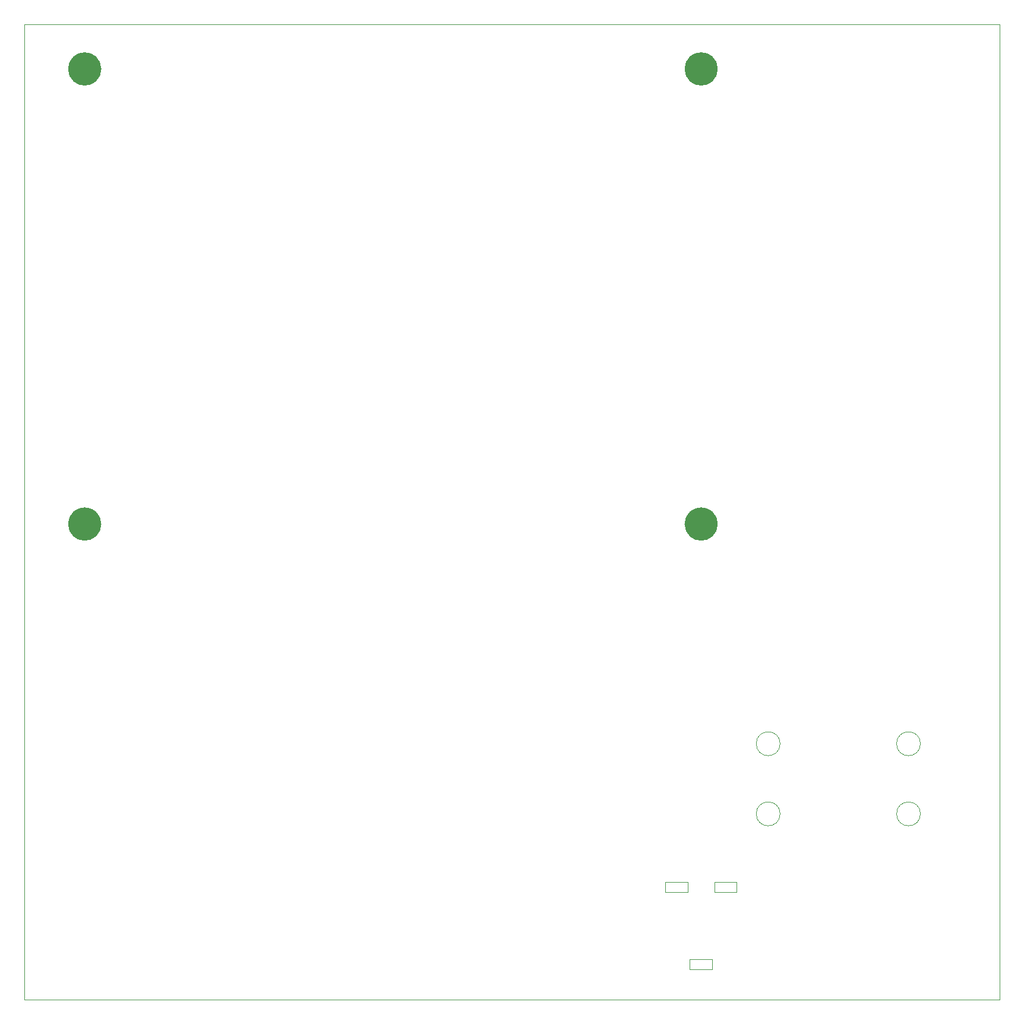
<source format=gbr>
%TF.GenerationSoftware,KiCad,Pcbnew,9.0.0*%
%TF.CreationDate,2025-05-12T01:47:32+10:00*%
%TF.ProjectId,Control_Unit,436f6e74-726f-46c5-9f55-6e69742e6b69,rev?*%
%TF.SameCoordinates,Original*%
%TF.FileFunction,Profile,NP*%
%FSLAX46Y46*%
G04 Gerber Fmt 4.6, Leading zero omitted, Abs format (unit mm)*
G04 Created by KiCad (PCBNEW 9.0.0) date 2025-05-12 01:47:32*
%MOMM*%
%LPD*%
G01*
G04 APERTURE LIST*
%TA.AperFunction,Profile*%
%ADD10C,0.050000*%
%TD*%
%TA.AperFunction,Profile*%
%ADD11C,2.375000*%
%TD*%
%TA.AperFunction,Profile*%
%ADD12C,0.120000*%
%TD*%
%TA.AperFunction,Profile*%
%ADD13C,0.010000*%
%TD*%
G04 APERTURE END LIST*
D10*
X68829000Y-23138480D02*
X207829000Y-23138480D01*
X207829000Y-162138480D01*
X68829000Y-162138480D01*
X68829000Y-23138480D01*
%TO.C,U4*%
D11*
X78587500Y-29500000D02*
G75*
G02*
X76212500Y-29500000I-1187500J0D01*
G01*
X76212500Y-29500000D02*
G75*
G02*
X78587500Y-29500000I1187500J0D01*
G01*
X78587500Y-94375000D02*
G75*
G02*
X76212500Y-94375000I-1187500J0D01*
G01*
X76212500Y-94375000D02*
G75*
G02*
X78587500Y-94375000I1187500J0D01*
G01*
X166462500Y-29500000D02*
G75*
G02*
X164087500Y-29500000I-1187500J0D01*
G01*
X164087500Y-29500000D02*
G75*
G02*
X166462500Y-29500000I1187500J0D01*
G01*
X166462500Y-94375000D02*
G75*
G02*
X164087500Y-94375000I-1187500J0D01*
G01*
X164087500Y-94375000D02*
G75*
G02*
X166462500Y-94375000I1187500J0D01*
G01*
D12*
%TO.C,U9*%
X176529000Y-125688500D02*
G75*
G02*
X173129000Y-125688500I-1700000J0D01*
G01*
X173129000Y-125688500D02*
G75*
G02*
X176529000Y-125688500I1700000J0D01*
G01*
X176529000Y-135688500D02*
G75*
G02*
X173129000Y-135688500I-1700000J0D01*
G01*
X173129000Y-135688500D02*
G75*
G02*
X176529000Y-135688500I1700000J0D01*
G01*
X196529000Y-125688500D02*
G75*
G02*
X193129000Y-125688500I-1700000J0D01*
G01*
X193129000Y-125688500D02*
G75*
G02*
X196529000Y-125688500I1700000J0D01*
G01*
X196529000Y-135688500D02*
G75*
G02*
X193129000Y-135688500I-1700000J0D01*
G01*
X193129000Y-135688500D02*
G75*
G02*
X196529000Y-135688500I1700000J0D01*
G01*
D13*
%TO.C,SW2*%
X160149000Y-145388500D02*
X160149000Y-146838500D01*
X160149000Y-146838500D02*
X163349000Y-146838500D01*
X163349000Y-145388500D02*
X160149000Y-145388500D01*
X163349000Y-146838500D02*
X163349000Y-145388500D01*
X163649000Y-156438500D02*
X166849000Y-156438500D01*
X163649000Y-157888500D02*
X163649000Y-156438500D01*
X166849000Y-156438500D02*
X166849000Y-157888500D01*
X166849000Y-157888500D02*
X163649000Y-157888500D01*
X167149000Y-145388500D02*
X170349000Y-145388500D01*
X167149000Y-146838500D02*
X167149000Y-145388500D01*
X170349000Y-145388500D02*
X170349000Y-146838500D01*
X170349000Y-146838500D02*
X167149000Y-146838500D01*
%TD*%
M02*

</source>
